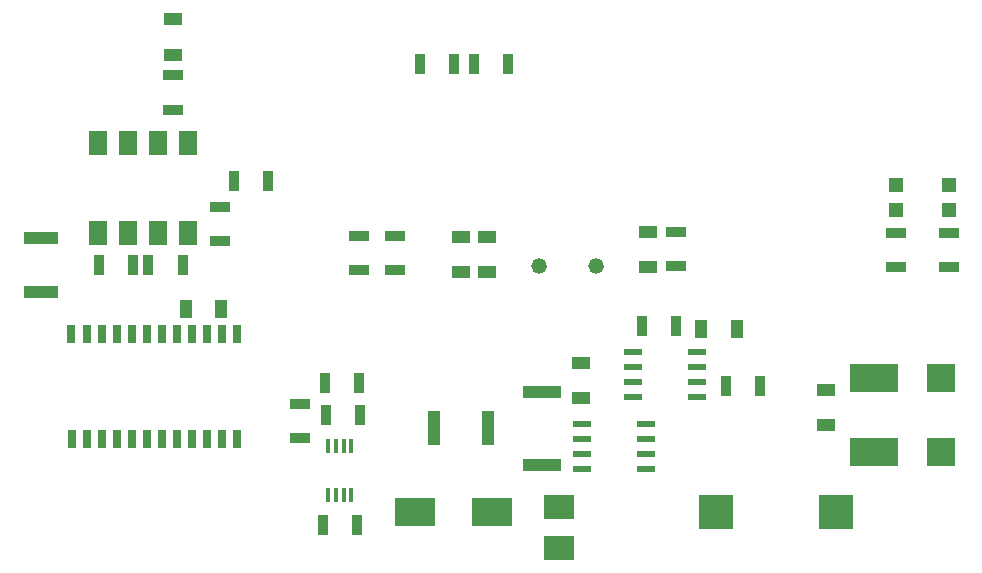
<source format=gtp>
G04 #@! TF.FileFunction,Paste,Top*
%FSLAX46Y46*%
G04 Gerber Fmt 4.6, Leading zero omitted, Abs format (unit mm)*
G04 Created by KiCad (PCBNEW 4.0.1-stable) date 2/17/2016 11:05:34 AM*
%MOMM*%
G01*
G04 APERTURE LIST*
%ADD10C,0.150000*%
%ADD11R,1.000000X3.000000*%
%ADD12R,2.430000X2.370000*%
%ADD13R,3.000000X1.000000*%
%ADD14R,4.130000X2.370000*%
%ADD15R,3.500120X2.400300*%
%ADD16R,2.500000X2.000000*%
%ADD17R,1.198880X1.198880*%
%ADD18R,2.999740X2.999740*%
%ADD19R,1.700000X0.900000*%
%ADD20R,0.900000X1.700000*%
%ADD21R,3.200000X1.000000*%
%ADD22R,0.762000X1.524000*%
%ADD23R,1.550000X0.600000*%
%ADD24C,1.320800*%
%ADD25R,0.400000X1.200000*%
%ADD26R,1.524000X2.032000*%
%ADD27R,1.600000X1.000000*%
%ADD28R,1.000000X1.600000*%
G04 APERTURE END LIST*
D10*
D11*
X58180000Y-56388000D03*
X53580000Y-56388000D03*
D12*
X96520000Y-52125000D03*
X96520000Y-58365000D03*
D13*
X20320000Y-40245000D03*
X20320000Y-44845000D03*
D14*
X90805000Y-52125000D03*
X90805000Y-58365000D03*
D15*
X58496200Y-63500000D03*
X51993800Y-63500000D03*
D16*
X64135000Y-66470000D03*
X64135000Y-63070000D03*
D17*
X92710000Y-37879020D03*
X92710000Y-35780980D03*
X97155000Y-37879020D03*
X97155000Y-35780980D03*
D18*
X77470000Y-63500000D03*
X87630000Y-63500000D03*
D19*
X92710000Y-42725000D03*
X92710000Y-39825000D03*
X97155000Y-42725000D03*
X97155000Y-39825000D03*
D20*
X59870000Y-25527000D03*
X56970000Y-25527000D03*
X55298000Y-25527000D03*
X52398000Y-25527000D03*
D21*
X62738000Y-59488000D03*
X62738000Y-53288000D03*
D20*
X78306000Y-52832000D03*
X81206000Y-52832000D03*
D19*
X47244000Y-40079000D03*
X47244000Y-42979000D03*
X50292000Y-42979000D03*
X50292000Y-40079000D03*
D20*
X29411000Y-42545000D03*
X32311000Y-42545000D03*
D19*
X35458400Y-37640600D03*
X35458400Y-40540600D03*
D20*
X25220000Y-42545000D03*
X28120000Y-42545000D03*
X47322400Y-55219600D03*
X44422400Y-55219600D03*
X44371600Y-52527200D03*
X47271600Y-52527200D03*
X47068400Y-64541400D03*
X44168400Y-64541400D03*
D19*
X42240200Y-57203000D03*
X42240200Y-54303000D03*
X31496000Y-26490000D03*
X31496000Y-29390000D03*
D22*
X36931600Y-48407400D03*
X35661600Y-48407400D03*
X34391600Y-48407400D03*
X33121600Y-48407400D03*
X31851600Y-48407400D03*
X30581600Y-48407400D03*
X29311600Y-48407400D03*
X28041600Y-48407400D03*
X26771600Y-48407400D03*
X25501600Y-48407400D03*
X24231600Y-48407400D03*
X22834600Y-48407400D03*
X36931600Y-57307400D03*
X35661600Y-57307400D03*
X34391600Y-57307400D03*
X33121600Y-57307400D03*
X31851600Y-57307400D03*
X30581600Y-57307400D03*
X29311600Y-57307400D03*
X28041600Y-57307400D03*
X26771600Y-57307400D03*
X25501600Y-57307400D03*
X24231600Y-57307400D03*
X22961600Y-57307400D03*
D23*
X71534000Y-59817000D03*
X71534000Y-58547000D03*
X71534000Y-57277000D03*
X71534000Y-56007000D03*
X66134000Y-56007000D03*
X66134000Y-57277000D03*
X66134000Y-58547000D03*
X66134000Y-59817000D03*
X70452000Y-49911000D03*
X70452000Y-51181000D03*
X70452000Y-52451000D03*
X70452000Y-53721000D03*
X75852000Y-53721000D03*
X75852000Y-52451000D03*
X75852000Y-51181000D03*
X75852000Y-49911000D03*
D24*
X67335400Y-42621200D03*
X62509400Y-42621200D03*
D25*
X46593400Y-57844000D03*
X45943400Y-57844000D03*
X45293400Y-57844000D03*
X44643400Y-57844000D03*
X44643400Y-62044000D03*
X45293400Y-62044000D03*
X45943400Y-62044000D03*
X46593400Y-62044000D03*
D26*
X25146000Y-39878000D03*
X27686000Y-39878000D03*
X30226000Y-39878000D03*
X32766000Y-39878000D03*
X32766000Y-32258000D03*
X30226000Y-32258000D03*
X27686000Y-32258000D03*
X25146000Y-32258000D03*
D19*
X74041000Y-39774200D03*
X74041000Y-42674200D03*
D20*
X39550000Y-35433000D03*
X36650000Y-35433000D03*
D27*
X31496000Y-21741000D03*
X31496000Y-24741000D03*
X66040000Y-53824000D03*
X66040000Y-50824000D03*
D28*
X79224000Y-48006000D03*
X76224000Y-48006000D03*
D27*
X58039000Y-40156000D03*
X58039000Y-43156000D03*
X71704200Y-39724200D03*
X71704200Y-42724200D03*
X55880000Y-40156000D03*
X55880000Y-43156000D03*
X86741000Y-56110000D03*
X86741000Y-53110000D03*
D28*
X35561400Y-46278800D03*
X32561400Y-46278800D03*
D20*
X71194000Y-47752000D03*
X74094000Y-47752000D03*
M02*

</source>
